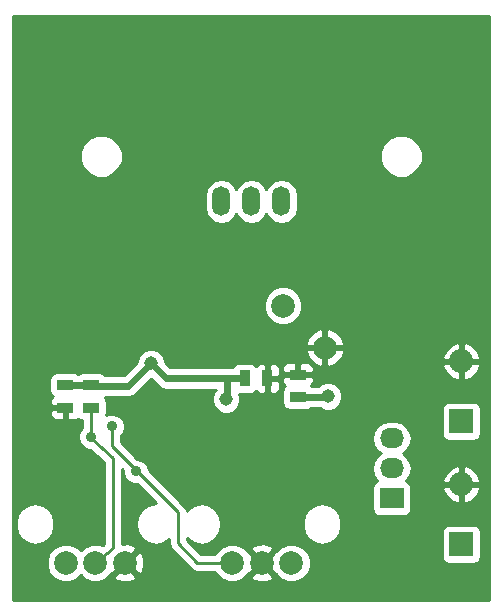
<source format=gbl>
G04 #@! TF.FileFunction,Copper,L2,Bot,Signal*
%FSLAX46Y46*%
G04 Gerber Fmt 4.6, Leading zero omitted, Abs format (unit mm)*
G04 Created by KiCad (PCBNEW 0.201503020946+5465~21~ubuntu14.04.1-product) date Wed 04 Mar 2015 21:34:39 CET*
%MOMM*%
G01*
G04 APERTURE LIST*
%ADD10C,0.100000*%
%ADD11R,1.397000X0.889000*%
%ADD12R,0.889000X1.397000*%
%ADD13O,1.501140X2.499360*%
%ADD14R,2.032000X2.032000*%
%ADD15O,2.032000X2.032000*%
%ADD16R,2.032000X1.727200*%
%ADD17O,2.032000X1.727200*%
%ADD18C,1.998980*%
%ADD19C,2.000000*%
%ADD20C,1.143000*%
%ADD21C,0.889000*%
%ADD22C,0.609600*%
%ADD23C,0.254000*%
G04 APERTURE END LIST*
D10*
D11*
X101092000Y-73977500D03*
X101092000Y-75882500D03*
X120777000Y-74993500D03*
X120777000Y-73088500D03*
D12*
X116268500Y-73406000D03*
X118173500Y-73406000D03*
D13*
X116840000Y-58420000D03*
X114300000Y-58420000D03*
X119380000Y-58420000D03*
D11*
X103251000Y-73977500D03*
X103251000Y-75882500D03*
D14*
X134620000Y-87439500D03*
D15*
X134620000Y-82359500D03*
D14*
X134620000Y-77025500D03*
D15*
X134620000Y-71945500D03*
D16*
X128714500Y-83566000D03*
D17*
X128714500Y-81026000D03*
X128714500Y-78486000D03*
D18*
X119517686Y-67257186D03*
X123054110Y-70793610D03*
D19*
X120229000Y-89027000D03*
X117729000Y-89027000D03*
X115229000Y-89027000D03*
X106132000Y-89027000D03*
X103632000Y-89027000D03*
X101132000Y-89027000D03*
D20*
X108331000Y-72136000D03*
X114681000Y-75184000D03*
X117602000Y-79502000D03*
X111125000Y-83312000D03*
X99060000Y-77343000D03*
X103505000Y-81788000D03*
X123317000Y-74930000D03*
D21*
X105029000Y-77470000D03*
X107061000Y-81280000D03*
X103251000Y-78359000D03*
D22*
X106426000Y-74041000D02*
X108331000Y-72136000D01*
X103314500Y-74041000D02*
X106426000Y-74041000D01*
X103251000Y-73977500D02*
X103314500Y-74041000D01*
X101092000Y-73977500D02*
X103251000Y-73977500D01*
X109601000Y-73406000D02*
X108331000Y-72136000D01*
X114808000Y-73406000D02*
X109601000Y-73406000D01*
X116268500Y-73406000D02*
X114808000Y-73406000D01*
X114681000Y-75184000D02*
X114808000Y-75057000D01*
X114808000Y-75057000D02*
X114808000Y-73406000D01*
X123253500Y-74993500D02*
X123317000Y-74930000D01*
X120777000Y-74993500D02*
X123253500Y-74993500D01*
D23*
X112268000Y-89027000D02*
X110617000Y-87376000D01*
X110617000Y-87376000D02*
X110617000Y-84709000D01*
X107061000Y-81153000D02*
X105029000Y-79121000D01*
X110617000Y-84709000D02*
X107061000Y-81153000D01*
X105029000Y-79121000D02*
X105029000Y-77470000D01*
X115229000Y-89027000D02*
X112268000Y-89027000D01*
X107061000Y-81280000D02*
X107061000Y-81153000D01*
X107124500Y-81216500D02*
X107061000Y-81280000D01*
X107061000Y-81280000D02*
X107124500Y-81216500D01*
X103251000Y-78359000D02*
X103251000Y-78486000D01*
X103251000Y-78486000D02*
X105156000Y-80137000D01*
X105156000Y-80137000D02*
X105156000Y-87757000D01*
X105156000Y-87757000D02*
X103632000Y-89027000D01*
X103251000Y-75882500D02*
X103251000Y-78359000D01*
G36*
X136983000Y-92152000D02*
X136283440Y-92152000D01*
X136283440Y-88455500D01*
X136283440Y-86423500D01*
X136283440Y-78041500D01*
X136283440Y-76009500D01*
X136236463Y-75767377D01*
X136225983Y-75751423D01*
X136225983Y-72328446D01*
X136225983Y-71562554D01*
X135957188Y-70977121D01*
X135484818Y-70539115D01*
X135002944Y-70339525D01*
X134747000Y-70458664D01*
X134747000Y-71818500D01*
X136107367Y-71818500D01*
X136225983Y-71562554D01*
X136225983Y-72328446D01*
X136107367Y-72072500D01*
X134747000Y-72072500D01*
X134747000Y-73432336D01*
X135002944Y-73551475D01*
X135484818Y-73351885D01*
X135957188Y-72913879D01*
X136225983Y-72328446D01*
X136225983Y-75751423D01*
X136096673Y-75554573D01*
X135885640Y-75412123D01*
X135636000Y-75362060D01*
X134493000Y-75362060D01*
X134493000Y-73432336D01*
X134493000Y-72072500D01*
X134493000Y-71818500D01*
X134493000Y-70458664D01*
X134237056Y-70339525D01*
X133755182Y-70539115D01*
X133282812Y-70977121D01*
X133014017Y-71562554D01*
X133132633Y-71818500D01*
X134493000Y-71818500D01*
X134493000Y-72072500D01*
X133132633Y-72072500D01*
X133014017Y-72328446D01*
X133282812Y-72913879D01*
X133755182Y-73351885D01*
X134237056Y-73551475D01*
X134493000Y-73432336D01*
X134493000Y-75362060D01*
X133604000Y-75362060D01*
X133361877Y-75409037D01*
X133149073Y-75548827D01*
X133006623Y-75759860D01*
X132956560Y-76009500D01*
X132956560Y-78041500D01*
X133003537Y-78283623D01*
X133143327Y-78496427D01*
X133354360Y-78638877D01*
X133604000Y-78688940D01*
X135636000Y-78688940D01*
X135878123Y-78641963D01*
X136090927Y-78502173D01*
X136233377Y-78291140D01*
X136283440Y-78041500D01*
X136283440Y-86423500D01*
X136236463Y-86181377D01*
X136225983Y-86165423D01*
X136225983Y-82742446D01*
X136225983Y-81976554D01*
X135957188Y-81391121D01*
X135484818Y-80953115D01*
X135002944Y-80753525D01*
X134747000Y-80872664D01*
X134747000Y-82232500D01*
X136107367Y-82232500D01*
X136225983Y-81976554D01*
X136225983Y-82742446D01*
X136107367Y-82486500D01*
X134747000Y-82486500D01*
X134747000Y-83846336D01*
X135002944Y-83965475D01*
X135484818Y-83765885D01*
X135957188Y-83327879D01*
X136225983Y-82742446D01*
X136225983Y-86165423D01*
X136096673Y-85968573D01*
X135885640Y-85826123D01*
X135636000Y-85776060D01*
X134493000Y-85776060D01*
X134493000Y-83846336D01*
X134493000Y-82486500D01*
X134493000Y-82232500D01*
X134493000Y-80872664D01*
X134237056Y-80753525D01*
X133755182Y-80953115D01*
X133282812Y-81391121D01*
X133014017Y-81976554D01*
X133132633Y-82232500D01*
X134493000Y-82232500D01*
X134493000Y-82486500D01*
X133132633Y-82486500D01*
X133014017Y-82742446D01*
X133282812Y-83327879D01*
X133755182Y-83765885D01*
X134237056Y-83965475D01*
X134493000Y-83846336D01*
X134493000Y-85776060D01*
X133604000Y-85776060D01*
X133361877Y-85823037D01*
X133149073Y-85962827D01*
X133006623Y-86173860D01*
X132956560Y-86423500D01*
X132956560Y-88455500D01*
X133003537Y-88697623D01*
X133143327Y-88910427D01*
X133354360Y-89052877D01*
X133604000Y-89102940D01*
X135636000Y-89102940D01*
X135878123Y-89055963D01*
X136090927Y-88916173D01*
X136233377Y-88705140D01*
X136283440Y-88455500D01*
X136283440Y-92152000D01*
X131331010Y-92152000D01*
X131331010Y-54255370D01*
X131058967Y-53596975D01*
X130555675Y-53092804D01*
X129897755Y-52819611D01*
X129185370Y-52818990D01*
X128526975Y-53091033D01*
X128022804Y-53594325D01*
X127749611Y-54252245D01*
X127748990Y-54964630D01*
X128021033Y-55623025D01*
X128524325Y-56127196D01*
X129182245Y-56400389D01*
X129894630Y-56401010D01*
X130553025Y-56128967D01*
X131057196Y-55625675D01*
X131330389Y-54967755D01*
X131331010Y-54255370D01*
X131331010Y-92152000D01*
X130397845Y-92152000D01*
X130397845Y-81026000D01*
X130283771Y-80452511D01*
X129958915Y-79966330D01*
X129644134Y-79756000D01*
X129958915Y-79545670D01*
X130283771Y-79059489D01*
X130397845Y-78486000D01*
X130283771Y-77912511D01*
X129958915Y-77426330D01*
X129472734Y-77101474D01*
X128899245Y-76987400D01*
X128529755Y-76987400D01*
X127956266Y-77101474D01*
X127470085Y-77426330D01*
X127145229Y-77912511D01*
X127031155Y-78486000D01*
X127145229Y-79059489D01*
X127470085Y-79545670D01*
X127784865Y-79756000D01*
X127470085Y-79966330D01*
X127145229Y-80452511D01*
X127031155Y-81026000D01*
X127145229Y-81599489D01*
X127470085Y-82085670D01*
X127485867Y-82096215D01*
X127456377Y-82101937D01*
X127243573Y-82241727D01*
X127101123Y-82452760D01*
X127051060Y-82702400D01*
X127051060Y-84429600D01*
X127098037Y-84671723D01*
X127237827Y-84884527D01*
X127448860Y-85026977D01*
X127698500Y-85077040D01*
X129730500Y-85077040D01*
X129972623Y-85030063D01*
X130185427Y-84890273D01*
X130327877Y-84679240D01*
X130377940Y-84429600D01*
X130377940Y-82702400D01*
X130330963Y-82460277D01*
X130191173Y-82247473D01*
X129980140Y-82105023D01*
X129941537Y-82097281D01*
X129958915Y-82085670D01*
X130283771Y-81599489D01*
X130397845Y-81026000D01*
X130397845Y-92152000D01*
X124675451Y-92152000D01*
X124675451Y-71178988D01*
X124675451Y-70408232D01*
X124404556Y-69817107D01*
X123928068Y-69374646D01*
X123439488Y-69172269D01*
X123181110Y-69291206D01*
X123181110Y-70666610D01*
X124556514Y-70666610D01*
X124675451Y-70408232D01*
X124675451Y-71178988D01*
X124556514Y-70920610D01*
X123181110Y-70920610D01*
X123181110Y-72296014D01*
X123439488Y-72414951D01*
X124030613Y-72144056D01*
X124473074Y-71667568D01*
X124675451Y-71178988D01*
X124675451Y-92152000D01*
X124523709Y-92152000D01*
X124523709Y-74691065D01*
X124340418Y-74247465D01*
X124001320Y-73907775D01*
X123558041Y-73723710D01*
X123078065Y-73723291D01*
X122927110Y-73785664D01*
X122927110Y-72296014D01*
X122927110Y-70920610D01*
X122927110Y-70666610D01*
X122927110Y-69291206D01*
X122668732Y-69172269D01*
X122077607Y-69443164D01*
X121635146Y-69919652D01*
X121432769Y-70408232D01*
X121551706Y-70666610D01*
X122927110Y-70666610D01*
X122927110Y-70920610D01*
X121551706Y-70920610D01*
X121432769Y-71178988D01*
X121703664Y-71770113D01*
X122180152Y-72212574D01*
X122668732Y-72414951D01*
X122927110Y-72296014D01*
X122927110Y-73785664D01*
X122634465Y-73906582D01*
X122487090Y-74053700D01*
X121876362Y-74053700D01*
X121862310Y-74044215D01*
X122013827Y-73892698D01*
X122110500Y-73659309D01*
X122110500Y-73374250D01*
X122110500Y-72802750D01*
X122110500Y-72517691D01*
X122013827Y-72284302D01*
X121835199Y-72105673D01*
X121601810Y-72009000D01*
X121349191Y-72009000D01*
X121152460Y-72009000D01*
X121152460Y-66933492D01*
X120904148Y-66332531D01*
X120765570Y-66193711D01*
X120765570Y-58956033D01*
X120765570Y-57883967D01*
X120660100Y-57353732D01*
X120359746Y-56904221D01*
X119910235Y-56603867D01*
X119380000Y-56498397D01*
X118849765Y-56603867D01*
X118400254Y-56904221D01*
X118110000Y-57338616D01*
X117819746Y-56904221D01*
X117370235Y-56603867D01*
X116840000Y-56498397D01*
X116309765Y-56603867D01*
X115860254Y-56904221D01*
X115570000Y-57338616D01*
X115279746Y-56904221D01*
X114830235Y-56603867D01*
X114300000Y-56498397D01*
X113769765Y-56603867D01*
X113320254Y-56904221D01*
X113019900Y-57353732D01*
X112914430Y-57883967D01*
X112914430Y-58956033D01*
X113019900Y-59486268D01*
X113320254Y-59935779D01*
X113769765Y-60236133D01*
X114300000Y-60341603D01*
X114830235Y-60236133D01*
X115279746Y-59935779D01*
X115570000Y-59501383D01*
X115860254Y-59935779D01*
X116309765Y-60236133D01*
X116840000Y-60341603D01*
X117370235Y-60236133D01*
X117819746Y-59935779D01*
X118110000Y-59501383D01*
X118400254Y-59935779D01*
X118849765Y-60236133D01*
X119380000Y-60341603D01*
X119910235Y-60236133D01*
X120359746Y-59935779D01*
X120660100Y-59486268D01*
X120765570Y-58956033D01*
X120765570Y-66193711D01*
X120444759Y-65872340D01*
X119844233Y-65622980D01*
X119193992Y-65622412D01*
X118593031Y-65870724D01*
X118132840Y-66330113D01*
X117883480Y-66930639D01*
X117882912Y-67580880D01*
X118131224Y-68181841D01*
X118590613Y-68642032D01*
X119191139Y-68891392D01*
X119841380Y-68891960D01*
X120442341Y-68643648D01*
X120902532Y-68184259D01*
X121151892Y-67583733D01*
X121152460Y-66933492D01*
X121152460Y-72009000D01*
X121062750Y-72009000D01*
X120904000Y-72167750D01*
X120904000Y-72961500D01*
X121951750Y-72961500D01*
X122110500Y-72802750D01*
X122110500Y-73374250D01*
X121951750Y-73215500D01*
X120904000Y-73215500D01*
X120904000Y-73235500D01*
X120650000Y-73235500D01*
X120650000Y-73215500D01*
X120650000Y-72961500D01*
X120650000Y-72167750D01*
X120491250Y-72009000D01*
X120204809Y-72009000D01*
X119952190Y-72009000D01*
X119718801Y-72105673D01*
X119540173Y-72284302D01*
X119443500Y-72517691D01*
X119443500Y-72802750D01*
X119602250Y-72961500D01*
X120650000Y-72961500D01*
X120650000Y-73215500D01*
X119602250Y-73215500D01*
X119443500Y-73374250D01*
X119443500Y-73659309D01*
X119540173Y-73892698D01*
X119691306Y-74043832D01*
X119623573Y-74088327D01*
X119481123Y-74299360D01*
X119431060Y-74549000D01*
X119431060Y-75438000D01*
X119478037Y-75680123D01*
X119617827Y-75892927D01*
X119828860Y-76035377D01*
X120078500Y-76085440D01*
X121475500Y-76085440D01*
X121717623Y-76038463D01*
X121877713Y-75933300D01*
X122613787Y-75933300D01*
X122632680Y-75952225D01*
X123075959Y-76136290D01*
X123555935Y-76136709D01*
X123999535Y-75953418D01*
X124339225Y-75614320D01*
X124523290Y-75171041D01*
X124523709Y-74691065D01*
X124523709Y-92152000D01*
X124464000Y-92152000D01*
X124464000Y-85860991D01*
X124464000Y-85593009D01*
X124339543Y-84967322D01*
X123985120Y-84436889D01*
X123454687Y-84082466D01*
X122829000Y-83958009D01*
X122203313Y-84082466D01*
X121672880Y-84436889D01*
X121318457Y-84967322D01*
X121194000Y-85593009D01*
X121194000Y-85860991D01*
X121318457Y-86486678D01*
X121672880Y-87017111D01*
X122203313Y-87371534D01*
X122829000Y-87495991D01*
X123454687Y-87371534D01*
X123985120Y-87017111D01*
X124339543Y-86486678D01*
X124464000Y-85860991D01*
X124464000Y-92152000D01*
X121864284Y-92152000D01*
X121864284Y-88703205D01*
X121615894Y-88102057D01*
X121156363Y-87641722D01*
X120555648Y-87392284D01*
X119905205Y-87391716D01*
X119304057Y-87640106D01*
X119253000Y-87691073D01*
X119253000Y-74230810D01*
X119253000Y-73978191D01*
X119253000Y-73691750D01*
X119253000Y-73120250D01*
X119253000Y-72833809D01*
X119253000Y-72581190D01*
X119156327Y-72347801D01*
X118977698Y-72169173D01*
X118744309Y-72072500D01*
X118459250Y-72072500D01*
X118300500Y-72231250D01*
X118300500Y-73279000D01*
X119094250Y-73279000D01*
X119253000Y-73120250D01*
X119253000Y-73691750D01*
X119094250Y-73533000D01*
X118300500Y-73533000D01*
X118300500Y-74580750D01*
X118459250Y-74739500D01*
X118744309Y-74739500D01*
X118977698Y-74642827D01*
X119156327Y-74464199D01*
X119253000Y-74230810D01*
X119253000Y-87691073D01*
X118887248Y-88056186D01*
X118881532Y-88054073D01*
X118701927Y-88233678D01*
X118701927Y-87874468D01*
X118603264Y-87607613D01*
X118046500Y-87400767D01*
X118046500Y-74580750D01*
X118046500Y-73533000D01*
X118026500Y-73533000D01*
X118026500Y-73279000D01*
X118046500Y-73279000D01*
X118046500Y-72231250D01*
X117887750Y-72072500D01*
X117602691Y-72072500D01*
X117369302Y-72169173D01*
X117218167Y-72320306D01*
X117173673Y-72252573D01*
X116962640Y-72110123D01*
X116713000Y-72060060D01*
X115824000Y-72060060D01*
X115581877Y-72107037D01*
X115369073Y-72246827D01*
X115226623Y-72457860D01*
X115224950Y-72466200D01*
X114808000Y-72466200D01*
X109990278Y-72466200D01*
X109537607Y-72013529D01*
X109537709Y-71897065D01*
X109354418Y-71453465D01*
X109015320Y-71113775D01*
X108572041Y-70929710D01*
X108092065Y-70929291D01*
X107648465Y-71112582D01*
X107308775Y-71451680D01*
X107124710Y-71894959D01*
X107124606Y-72013315D01*
X106036722Y-73101200D01*
X105931010Y-73101200D01*
X105931010Y-54255370D01*
X105658967Y-53596975D01*
X105155675Y-53092804D01*
X104497755Y-52819611D01*
X103785370Y-52818990D01*
X103126975Y-53091033D01*
X102622804Y-53594325D01*
X102349611Y-54252245D01*
X102348990Y-54964630D01*
X102621033Y-55623025D01*
X103124325Y-56127196D01*
X103782245Y-56400389D01*
X104494630Y-56401010D01*
X105153025Y-56128967D01*
X105657196Y-55625675D01*
X105930389Y-54967755D01*
X105931010Y-54255370D01*
X105931010Y-73101200D01*
X104425365Y-73101200D01*
X104410173Y-73078073D01*
X104199140Y-72935623D01*
X103949500Y-72885560D01*
X102552500Y-72885560D01*
X102310377Y-72932537D01*
X102171103Y-73024025D01*
X102040140Y-72935623D01*
X101790500Y-72885560D01*
X100393500Y-72885560D01*
X100151377Y-72932537D01*
X99938573Y-73072327D01*
X99796123Y-73283360D01*
X99746060Y-73533000D01*
X99746060Y-74422000D01*
X99793037Y-74664123D01*
X99932827Y-74876927D01*
X100006689Y-74926784D01*
X99855173Y-75078302D01*
X99758500Y-75311691D01*
X99758500Y-75596750D01*
X99917250Y-75755500D01*
X100965000Y-75755500D01*
X100965000Y-75735500D01*
X101219000Y-75735500D01*
X101219000Y-75755500D01*
X101239000Y-75755500D01*
X101239000Y-76009500D01*
X101219000Y-76009500D01*
X101219000Y-76803250D01*
X101377750Y-76962000D01*
X101664191Y-76962000D01*
X101916810Y-76962000D01*
X102150199Y-76865327D01*
X102176466Y-76839059D01*
X102302860Y-76924377D01*
X102489000Y-76961705D01*
X102489000Y-77594358D01*
X102336378Y-77746714D01*
X102171687Y-78143332D01*
X102171313Y-78572784D01*
X102335311Y-78969689D01*
X102638714Y-79273622D01*
X103035332Y-79438313D01*
X103186492Y-79438444D01*
X104394000Y-80484951D01*
X104394000Y-87400098D01*
X104255473Y-87515536D01*
X103958648Y-87392284D01*
X103308205Y-87391716D01*
X102707057Y-87640106D01*
X102381835Y-87964759D01*
X102059363Y-87641722D01*
X101458648Y-87392284D01*
X100965000Y-87391852D01*
X100965000Y-76803250D01*
X100965000Y-76009500D01*
X99917250Y-76009500D01*
X99758500Y-76168250D01*
X99758500Y-76453309D01*
X99855173Y-76686698D01*
X100033801Y-76865327D01*
X100267190Y-76962000D01*
X100519809Y-76962000D01*
X100806250Y-76962000D01*
X100965000Y-76803250D01*
X100965000Y-87391852D01*
X100808205Y-87391716D01*
X100207057Y-87640106D01*
X100167000Y-87680093D01*
X100167000Y-85860991D01*
X100167000Y-85593009D01*
X100042543Y-84967322D01*
X99688120Y-84436889D01*
X99157687Y-84082466D01*
X98532000Y-83958009D01*
X97906313Y-84082466D01*
X97375880Y-84436889D01*
X97021457Y-84967322D01*
X96897000Y-85593009D01*
X96897000Y-85860991D01*
X97021457Y-86486678D01*
X97375880Y-87017111D01*
X97906313Y-87371534D01*
X98532000Y-87495991D01*
X99157687Y-87371534D01*
X99688120Y-87017111D01*
X100042543Y-86486678D01*
X100167000Y-85860991D01*
X100167000Y-87680093D01*
X99746722Y-88099637D01*
X99497284Y-88700352D01*
X99496716Y-89350795D01*
X99745106Y-89951943D01*
X100204637Y-90412278D01*
X100805352Y-90661716D01*
X101455795Y-90662284D01*
X102056943Y-90413894D01*
X102382164Y-90089240D01*
X102704637Y-90412278D01*
X103305352Y-90661716D01*
X103955795Y-90662284D01*
X104556943Y-90413894D01*
X104973751Y-89997813D01*
X104979468Y-89999927D01*
X105952395Y-89027000D01*
X105938252Y-89012857D01*
X106117857Y-88833252D01*
X106132000Y-88847395D01*
X107104927Y-87874468D01*
X107006264Y-87607613D01*
X106396539Y-87381092D01*
X105918000Y-87398799D01*
X105918000Y-81087630D01*
X105981611Y-81151241D01*
X105981313Y-81493784D01*
X106145311Y-81890689D01*
X106448714Y-82194622D01*
X106845332Y-82359313D01*
X107189982Y-82359613D01*
X108802377Y-83972007D01*
X108732000Y-83958009D01*
X108106313Y-84082466D01*
X107575880Y-84436889D01*
X107221457Y-84967322D01*
X107097000Y-85593009D01*
X107097000Y-85860991D01*
X107221457Y-86486678D01*
X107575880Y-87017111D01*
X108106313Y-87371534D01*
X108732000Y-87495991D01*
X109357687Y-87371534D01*
X109855000Y-87039241D01*
X109855000Y-87376000D01*
X109913004Y-87667605D01*
X110078185Y-87914815D01*
X111729185Y-89565816D01*
X111976395Y-89730996D01*
X111976396Y-89730997D01*
X112268000Y-89789000D01*
X113774779Y-89789000D01*
X113842106Y-89951943D01*
X114301637Y-90412278D01*
X114902352Y-90661716D01*
X115552795Y-90662284D01*
X116153943Y-90413894D01*
X116570751Y-89997813D01*
X116576468Y-89999927D01*
X117549395Y-89027000D01*
X116576468Y-88054073D01*
X116570278Y-88056361D01*
X116156363Y-87641722D01*
X115555648Y-87392284D01*
X114905205Y-87391716D01*
X114304057Y-87640106D01*
X113843722Y-88099637D01*
X113775057Y-88265000D01*
X112583630Y-88265000D01*
X111379000Y-87060369D01*
X111379000Y-86876609D01*
X111472880Y-87017111D01*
X112003313Y-87371534D01*
X112629000Y-87495991D01*
X113254687Y-87371534D01*
X113785120Y-87017111D01*
X114139543Y-86486678D01*
X114264000Y-85860991D01*
X114264000Y-85593009D01*
X114139543Y-84967322D01*
X113785120Y-84436889D01*
X113254687Y-84082466D01*
X112629000Y-83958009D01*
X112003313Y-84082466D01*
X111472880Y-84436889D01*
X111358826Y-84607582D01*
X111320996Y-84417395D01*
X111155815Y-84170185D01*
X111155815Y-84170184D01*
X108140609Y-81154979D01*
X108140687Y-81066216D01*
X107976689Y-80669311D01*
X107673286Y-80365378D01*
X107276668Y-80200687D01*
X107186238Y-80200608D01*
X105791000Y-78805370D01*
X105791000Y-78234641D01*
X105943622Y-78082286D01*
X106108313Y-77685668D01*
X106108687Y-77256216D01*
X105944689Y-76859311D01*
X105641286Y-76555378D01*
X105244668Y-76390687D01*
X104815216Y-76390313D01*
X104563375Y-76494371D01*
X104596940Y-76327000D01*
X104596940Y-75438000D01*
X104549963Y-75195877D01*
X104410173Y-74983073D01*
X104406805Y-74980800D01*
X106426000Y-74980800D01*
X106785646Y-74909262D01*
X107090539Y-74705539D01*
X108331000Y-73465078D01*
X108936461Y-74070539D01*
X109241354Y-74274262D01*
X109601000Y-74345800D01*
X113812923Y-74345800D01*
X113658775Y-74499680D01*
X113474710Y-74942959D01*
X113474291Y-75422935D01*
X113657582Y-75866535D01*
X113996680Y-76206225D01*
X114439959Y-76390290D01*
X114919935Y-76390709D01*
X115363535Y-76207418D01*
X115703225Y-75868320D01*
X115887290Y-75425041D01*
X115887709Y-74945065D01*
X115806458Y-74748422D01*
X115824000Y-74751940D01*
X116713000Y-74751940D01*
X116955123Y-74704963D01*
X117167927Y-74565173D01*
X117217784Y-74491310D01*
X117369302Y-74642827D01*
X117602691Y-74739500D01*
X117887750Y-74739500D01*
X118046500Y-74580750D01*
X118046500Y-87400767D01*
X117993539Y-87381092D01*
X117343540Y-87405144D01*
X116854736Y-87607613D01*
X116756073Y-87874468D01*
X117729000Y-88847395D01*
X118701927Y-87874468D01*
X118701927Y-88233678D01*
X117908605Y-89027000D01*
X118881532Y-89999927D01*
X118887721Y-89997638D01*
X119301637Y-90412278D01*
X119902352Y-90661716D01*
X120552795Y-90662284D01*
X121153943Y-90413894D01*
X121614278Y-89954363D01*
X121863716Y-89353648D01*
X121864284Y-88703205D01*
X121864284Y-92152000D01*
X118701927Y-92152000D01*
X118701927Y-90179532D01*
X117729000Y-89206605D01*
X116756073Y-90179532D01*
X116854736Y-90446387D01*
X117464461Y-90672908D01*
X118114460Y-90648856D01*
X118603264Y-90446387D01*
X118701927Y-90179532D01*
X118701927Y-92152000D01*
X107777908Y-92152000D01*
X107777908Y-89291539D01*
X107753856Y-88641540D01*
X107551387Y-88152736D01*
X107284532Y-88054073D01*
X106311605Y-89027000D01*
X107284532Y-89999927D01*
X107551387Y-89901264D01*
X107777908Y-89291539D01*
X107777908Y-92152000D01*
X107104927Y-92152000D01*
X107104927Y-90179532D01*
X106132000Y-89206605D01*
X105159073Y-90179532D01*
X105257736Y-90446387D01*
X105867461Y-90672908D01*
X106517460Y-90648856D01*
X107006264Y-90446387D01*
X107104927Y-90179532D01*
X107104927Y-92152000D01*
X96697000Y-92152000D01*
X96697000Y-42722000D01*
X136983000Y-42722000D01*
X136983000Y-92152000D01*
X136983000Y-92152000D01*
G37*
X136983000Y-92152000D02*
X136283440Y-92152000D01*
X136283440Y-88455500D01*
X136283440Y-86423500D01*
X136283440Y-78041500D01*
X136283440Y-76009500D01*
X136236463Y-75767377D01*
X136225983Y-75751423D01*
X136225983Y-72328446D01*
X136225983Y-71562554D01*
X135957188Y-70977121D01*
X135484818Y-70539115D01*
X135002944Y-70339525D01*
X134747000Y-70458664D01*
X134747000Y-71818500D01*
X136107367Y-71818500D01*
X136225983Y-71562554D01*
X136225983Y-72328446D01*
X136107367Y-72072500D01*
X134747000Y-72072500D01*
X134747000Y-73432336D01*
X135002944Y-73551475D01*
X135484818Y-73351885D01*
X135957188Y-72913879D01*
X136225983Y-72328446D01*
X136225983Y-75751423D01*
X136096673Y-75554573D01*
X135885640Y-75412123D01*
X135636000Y-75362060D01*
X134493000Y-75362060D01*
X134493000Y-73432336D01*
X134493000Y-72072500D01*
X134493000Y-71818500D01*
X134493000Y-70458664D01*
X134237056Y-70339525D01*
X133755182Y-70539115D01*
X133282812Y-70977121D01*
X133014017Y-71562554D01*
X133132633Y-71818500D01*
X134493000Y-71818500D01*
X134493000Y-72072500D01*
X133132633Y-72072500D01*
X133014017Y-72328446D01*
X133282812Y-72913879D01*
X133755182Y-73351885D01*
X134237056Y-73551475D01*
X134493000Y-73432336D01*
X134493000Y-75362060D01*
X133604000Y-75362060D01*
X133361877Y-75409037D01*
X133149073Y-75548827D01*
X133006623Y-75759860D01*
X132956560Y-76009500D01*
X132956560Y-78041500D01*
X133003537Y-78283623D01*
X133143327Y-78496427D01*
X133354360Y-78638877D01*
X133604000Y-78688940D01*
X135636000Y-78688940D01*
X135878123Y-78641963D01*
X136090927Y-78502173D01*
X136233377Y-78291140D01*
X136283440Y-78041500D01*
X136283440Y-86423500D01*
X136236463Y-86181377D01*
X136225983Y-86165423D01*
X136225983Y-82742446D01*
X136225983Y-81976554D01*
X135957188Y-81391121D01*
X135484818Y-80953115D01*
X135002944Y-80753525D01*
X134747000Y-80872664D01*
X134747000Y-82232500D01*
X136107367Y-82232500D01*
X136225983Y-81976554D01*
X136225983Y-82742446D01*
X136107367Y-82486500D01*
X134747000Y-82486500D01*
X134747000Y-83846336D01*
X135002944Y-83965475D01*
X135484818Y-83765885D01*
X135957188Y-83327879D01*
X136225983Y-82742446D01*
X136225983Y-86165423D01*
X136096673Y-85968573D01*
X135885640Y-85826123D01*
X135636000Y-85776060D01*
X134493000Y-85776060D01*
X134493000Y-83846336D01*
X134493000Y-82486500D01*
X134493000Y-82232500D01*
X134493000Y-80872664D01*
X134237056Y-80753525D01*
X133755182Y-80953115D01*
X133282812Y-81391121D01*
X133014017Y-81976554D01*
X133132633Y-82232500D01*
X134493000Y-82232500D01*
X134493000Y-82486500D01*
X133132633Y-82486500D01*
X133014017Y-82742446D01*
X133282812Y-83327879D01*
X133755182Y-83765885D01*
X134237056Y-83965475D01*
X134493000Y-83846336D01*
X134493000Y-85776060D01*
X133604000Y-85776060D01*
X133361877Y-85823037D01*
X133149073Y-85962827D01*
X133006623Y-86173860D01*
X132956560Y-86423500D01*
X132956560Y-88455500D01*
X133003537Y-88697623D01*
X133143327Y-88910427D01*
X133354360Y-89052877D01*
X133604000Y-89102940D01*
X135636000Y-89102940D01*
X135878123Y-89055963D01*
X136090927Y-88916173D01*
X136233377Y-88705140D01*
X136283440Y-88455500D01*
X136283440Y-92152000D01*
X131331010Y-92152000D01*
X131331010Y-54255370D01*
X131058967Y-53596975D01*
X130555675Y-53092804D01*
X129897755Y-52819611D01*
X129185370Y-52818990D01*
X128526975Y-53091033D01*
X128022804Y-53594325D01*
X127749611Y-54252245D01*
X127748990Y-54964630D01*
X128021033Y-55623025D01*
X128524325Y-56127196D01*
X129182245Y-56400389D01*
X129894630Y-56401010D01*
X130553025Y-56128967D01*
X131057196Y-55625675D01*
X131330389Y-54967755D01*
X131331010Y-54255370D01*
X131331010Y-92152000D01*
X130397845Y-92152000D01*
X130397845Y-81026000D01*
X130283771Y-80452511D01*
X129958915Y-79966330D01*
X129644134Y-79756000D01*
X129958915Y-79545670D01*
X130283771Y-79059489D01*
X130397845Y-78486000D01*
X130283771Y-77912511D01*
X129958915Y-77426330D01*
X129472734Y-77101474D01*
X128899245Y-76987400D01*
X128529755Y-76987400D01*
X127956266Y-77101474D01*
X127470085Y-77426330D01*
X127145229Y-77912511D01*
X127031155Y-78486000D01*
X127145229Y-79059489D01*
X127470085Y-79545670D01*
X127784865Y-79756000D01*
X127470085Y-79966330D01*
X127145229Y-80452511D01*
X127031155Y-81026000D01*
X127145229Y-81599489D01*
X127470085Y-82085670D01*
X127485867Y-82096215D01*
X127456377Y-82101937D01*
X127243573Y-82241727D01*
X127101123Y-82452760D01*
X127051060Y-82702400D01*
X127051060Y-84429600D01*
X127098037Y-84671723D01*
X127237827Y-84884527D01*
X127448860Y-85026977D01*
X127698500Y-85077040D01*
X129730500Y-85077040D01*
X129972623Y-85030063D01*
X130185427Y-84890273D01*
X130327877Y-84679240D01*
X130377940Y-84429600D01*
X130377940Y-82702400D01*
X130330963Y-82460277D01*
X130191173Y-82247473D01*
X129980140Y-82105023D01*
X129941537Y-82097281D01*
X129958915Y-82085670D01*
X130283771Y-81599489D01*
X130397845Y-81026000D01*
X130397845Y-92152000D01*
X124675451Y-92152000D01*
X124675451Y-71178988D01*
X124675451Y-70408232D01*
X124404556Y-69817107D01*
X123928068Y-69374646D01*
X123439488Y-69172269D01*
X123181110Y-69291206D01*
X123181110Y-70666610D01*
X124556514Y-70666610D01*
X124675451Y-70408232D01*
X124675451Y-71178988D01*
X124556514Y-70920610D01*
X123181110Y-70920610D01*
X123181110Y-72296014D01*
X123439488Y-72414951D01*
X124030613Y-72144056D01*
X124473074Y-71667568D01*
X124675451Y-71178988D01*
X124675451Y-92152000D01*
X124523709Y-92152000D01*
X124523709Y-74691065D01*
X124340418Y-74247465D01*
X124001320Y-73907775D01*
X123558041Y-73723710D01*
X123078065Y-73723291D01*
X122927110Y-73785664D01*
X122927110Y-72296014D01*
X122927110Y-70920610D01*
X122927110Y-70666610D01*
X122927110Y-69291206D01*
X122668732Y-69172269D01*
X122077607Y-69443164D01*
X121635146Y-69919652D01*
X121432769Y-70408232D01*
X121551706Y-70666610D01*
X122927110Y-70666610D01*
X122927110Y-70920610D01*
X121551706Y-70920610D01*
X121432769Y-71178988D01*
X121703664Y-71770113D01*
X122180152Y-72212574D01*
X122668732Y-72414951D01*
X122927110Y-72296014D01*
X122927110Y-73785664D01*
X122634465Y-73906582D01*
X122487090Y-74053700D01*
X121876362Y-74053700D01*
X121862310Y-74044215D01*
X122013827Y-73892698D01*
X122110500Y-73659309D01*
X122110500Y-73374250D01*
X122110500Y-72802750D01*
X122110500Y-72517691D01*
X122013827Y-72284302D01*
X121835199Y-72105673D01*
X121601810Y-72009000D01*
X121349191Y-72009000D01*
X121152460Y-72009000D01*
X121152460Y-66933492D01*
X120904148Y-66332531D01*
X120765570Y-66193711D01*
X120765570Y-58956033D01*
X120765570Y-57883967D01*
X120660100Y-57353732D01*
X120359746Y-56904221D01*
X119910235Y-56603867D01*
X119380000Y-56498397D01*
X118849765Y-56603867D01*
X118400254Y-56904221D01*
X118110000Y-57338616D01*
X117819746Y-56904221D01*
X117370235Y-56603867D01*
X116840000Y-56498397D01*
X116309765Y-56603867D01*
X115860254Y-56904221D01*
X115570000Y-57338616D01*
X115279746Y-56904221D01*
X114830235Y-56603867D01*
X114300000Y-56498397D01*
X113769765Y-56603867D01*
X113320254Y-56904221D01*
X113019900Y-57353732D01*
X112914430Y-57883967D01*
X112914430Y-58956033D01*
X113019900Y-59486268D01*
X113320254Y-59935779D01*
X113769765Y-60236133D01*
X114300000Y-60341603D01*
X114830235Y-60236133D01*
X115279746Y-59935779D01*
X115570000Y-59501383D01*
X115860254Y-59935779D01*
X116309765Y-60236133D01*
X116840000Y-60341603D01*
X117370235Y-60236133D01*
X117819746Y-59935779D01*
X118110000Y-59501383D01*
X118400254Y-59935779D01*
X118849765Y-60236133D01*
X119380000Y-60341603D01*
X119910235Y-60236133D01*
X120359746Y-59935779D01*
X120660100Y-59486268D01*
X120765570Y-58956033D01*
X120765570Y-66193711D01*
X120444759Y-65872340D01*
X119844233Y-65622980D01*
X119193992Y-65622412D01*
X118593031Y-65870724D01*
X118132840Y-66330113D01*
X117883480Y-66930639D01*
X117882912Y-67580880D01*
X118131224Y-68181841D01*
X118590613Y-68642032D01*
X119191139Y-68891392D01*
X119841380Y-68891960D01*
X120442341Y-68643648D01*
X120902532Y-68184259D01*
X121151892Y-67583733D01*
X121152460Y-66933492D01*
X121152460Y-72009000D01*
X121062750Y-72009000D01*
X120904000Y-72167750D01*
X120904000Y-72961500D01*
X121951750Y-72961500D01*
X122110500Y-72802750D01*
X122110500Y-73374250D01*
X121951750Y-73215500D01*
X120904000Y-73215500D01*
X120904000Y-73235500D01*
X120650000Y-73235500D01*
X120650000Y-73215500D01*
X120650000Y-72961500D01*
X120650000Y-72167750D01*
X120491250Y-72009000D01*
X120204809Y-72009000D01*
X119952190Y-72009000D01*
X119718801Y-72105673D01*
X119540173Y-72284302D01*
X119443500Y-72517691D01*
X119443500Y-72802750D01*
X119602250Y-72961500D01*
X120650000Y-72961500D01*
X120650000Y-73215500D01*
X119602250Y-73215500D01*
X119443500Y-73374250D01*
X119443500Y-73659309D01*
X119540173Y-73892698D01*
X119691306Y-74043832D01*
X119623573Y-74088327D01*
X119481123Y-74299360D01*
X119431060Y-74549000D01*
X119431060Y-75438000D01*
X119478037Y-75680123D01*
X119617827Y-75892927D01*
X119828860Y-76035377D01*
X120078500Y-76085440D01*
X121475500Y-76085440D01*
X121717623Y-76038463D01*
X121877713Y-75933300D01*
X122613787Y-75933300D01*
X122632680Y-75952225D01*
X123075959Y-76136290D01*
X123555935Y-76136709D01*
X123999535Y-75953418D01*
X124339225Y-75614320D01*
X124523290Y-75171041D01*
X124523709Y-74691065D01*
X124523709Y-92152000D01*
X124464000Y-92152000D01*
X124464000Y-85860991D01*
X124464000Y-85593009D01*
X124339543Y-84967322D01*
X123985120Y-84436889D01*
X123454687Y-84082466D01*
X122829000Y-83958009D01*
X122203313Y-84082466D01*
X121672880Y-84436889D01*
X121318457Y-84967322D01*
X121194000Y-85593009D01*
X121194000Y-85860991D01*
X121318457Y-86486678D01*
X121672880Y-87017111D01*
X122203313Y-87371534D01*
X122829000Y-87495991D01*
X123454687Y-87371534D01*
X123985120Y-87017111D01*
X124339543Y-86486678D01*
X124464000Y-85860991D01*
X124464000Y-92152000D01*
X121864284Y-92152000D01*
X121864284Y-88703205D01*
X121615894Y-88102057D01*
X121156363Y-87641722D01*
X120555648Y-87392284D01*
X119905205Y-87391716D01*
X119304057Y-87640106D01*
X119253000Y-87691073D01*
X119253000Y-74230810D01*
X119253000Y-73978191D01*
X119253000Y-73691750D01*
X119253000Y-73120250D01*
X119253000Y-72833809D01*
X119253000Y-72581190D01*
X119156327Y-72347801D01*
X118977698Y-72169173D01*
X118744309Y-72072500D01*
X118459250Y-72072500D01*
X118300500Y-72231250D01*
X118300500Y-73279000D01*
X119094250Y-73279000D01*
X119253000Y-73120250D01*
X119253000Y-73691750D01*
X119094250Y-73533000D01*
X118300500Y-73533000D01*
X118300500Y-74580750D01*
X118459250Y-74739500D01*
X118744309Y-74739500D01*
X118977698Y-74642827D01*
X119156327Y-74464199D01*
X119253000Y-74230810D01*
X119253000Y-87691073D01*
X118887248Y-88056186D01*
X118881532Y-88054073D01*
X118701927Y-88233678D01*
X118701927Y-87874468D01*
X118603264Y-87607613D01*
X118046500Y-87400767D01*
X118046500Y-74580750D01*
X118046500Y-73533000D01*
X118026500Y-73533000D01*
X118026500Y-73279000D01*
X118046500Y-73279000D01*
X118046500Y-72231250D01*
X117887750Y-72072500D01*
X117602691Y-72072500D01*
X117369302Y-72169173D01*
X117218167Y-72320306D01*
X117173673Y-72252573D01*
X116962640Y-72110123D01*
X116713000Y-72060060D01*
X115824000Y-72060060D01*
X115581877Y-72107037D01*
X115369073Y-72246827D01*
X115226623Y-72457860D01*
X115224950Y-72466200D01*
X114808000Y-72466200D01*
X109990278Y-72466200D01*
X109537607Y-72013529D01*
X109537709Y-71897065D01*
X109354418Y-71453465D01*
X109015320Y-71113775D01*
X108572041Y-70929710D01*
X108092065Y-70929291D01*
X107648465Y-71112582D01*
X107308775Y-71451680D01*
X107124710Y-71894959D01*
X107124606Y-72013315D01*
X106036722Y-73101200D01*
X105931010Y-73101200D01*
X105931010Y-54255370D01*
X105658967Y-53596975D01*
X105155675Y-53092804D01*
X104497755Y-52819611D01*
X103785370Y-52818990D01*
X103126975Y-53091033D01*
X102622804Y-53594325D01*
X102349611Y-54252245D01*
X102348990Y-54964630D01*
X102621033Y-55623025D01*
X103124325Y-56127196D01*
X103782245Y-56400389D01*
X104494630Y-56401010D01*
X105153025Y-56128967D01*
X105657196Y-55625675D01*
X105930389Y-54967755D01*
X105931010Y-54255370D01*
X105931010Y-73101200D01*
X104425365Y-73101200D01*
X104410173Y-73078073D01*
X104199140Y-72935623D01*
X103949500Y-72885560D01*
X102552500Y-72885560D01*
X102310377Y-72932537D01*
X102171103Y-73024025D01*
X102040140Y-72935623D01*
X101790500Y-72885560D01*
X100393500Y-72885560D01*
X100151377Y-72932537D01*
X99938573Y-73072327D01*
X99796123Y-73283360D01*
X99746060Y-73533000D01*
X99746060Y-74422000D01*
X99793037Y-74664123D01*
X99932827Y-74876927D01*
X100006689Y-74926784D01*
X99855173Y-75078302D01*
X99758500Y-75311691D01*
X99758500Y-75596750D01*
X99917250Y-75755500D01*
X100965000Y-75755500D01*
X100965000Y-75735500D01*
X101219000Y-75735500D01*
X101219000Y-75755500D01*
X101239000Y-75755500D01*
X101239000Y-76009500D01*
X101219000Y-76009500D01*
X101219000Y-76803250D01*
X101377750Y-76962000D01*
X101664191Y-76962000D01*
X101916810Y-76962000D01*
X102150199Y-76865327D01*
X102176466Y-76839059D01*
X102302860Y-76924377D01*
X102489000Y-76961705D01*
X102489000Y-77594358D01*
X102336378Y-77746714D01*
X102171687Y-78143332D01*
X102171313Y-78572784D01*
X102335311Y-78969689D01*
X102638714Y-79273622D01*
X103035332Y-79438313D01*
X103186492Y-79438444D01*
X104394000Y-80484951D01*
X104394000Y-87400098D01*
X104255473Y-87515536D01*
X103958648Y-87392284D01*
X103308205Y-87391716D01*
X102707057Y-87640106D01*
X102381835Y-87964759D01*
X102059363Y-87641722D01*
X101458648Y-87392284D01*
X100965000Y-87391852D01*
X100965000Y-76803250D01*
X100965000Y-76009500D01*
X99917250Y-76009500D01*
X99758500Y-76168250D01*
X99758500Y-76453309D01*
X99855173Y-76686698D01*
X100033801Y-76865327D01*
X100267190Y-76962000D01*
X100519809Y-76962000D01*
X100806250Y-76962000D01*
X100965000Y-76803250D01*
X100965000Y-87391852D01*
X100808205Y-87391716D01*
X100207057Y-87640106D01*
X100167000Y-87680093D01*
X100167000Y-85860991D01*
X100167000Y-85593009D01*
X100042543Y-84967322D01*
X99688120Y-84436889D01*
X99157687Y-84082466D01*
X98532000Y-83958009D01*
X97906313Y-84082466D01*
X97375880Y-84436889D01*
X97021457Y-84967322D01*
X96897000Y-85593009D01*
X96897000Y-85860991D01*
X97021457Y-86486678D01*
X97375880Y-87017111D01*
X97906313Y-87371534D01*
X98532000Y-87495991D01*
X99157687Y-87371534D01*
X99688120Y-87017111D01*
X100042543Y-86486678D01*
X100167000Y-85860991D01*
X100167000Y-87680093D01*
X99746722Y-88099637D01*
X99497284Y-88700352D01*
X99496716Y-89350795D01*
X99745106Y-89951943D01*
X100204637Y-90412278D01*
X100805352Y-90661716D01*
X101455795Y-90662284D01*
X102056943Y-90413894D01*
X102382164Y-90089240D01*
X102704637Y-90412278D01*
X103305352Y-90661716D01*
X103955795Y-90662284D01*
X104556943Y-90413894D01*
X104973751Y-89997813D01*
X104979468Y-89999927D01*
X105952395Y-89027000D01*
X105938252Y-89012857D01*
X106117857Y-88833252D01*
X106132000Y-88847395D01*
X107104927Y-87874468D01*
X107006264Y-87607613D01*
X106396539Y-87381092D01*
X105918000Y-87398799D01*
X105918000Y-81087630D01*
X105981611Y-81151241D01*
X105981313Y-81493784D01*
X106145311Y-81890689D01*
X106448714Y-82194622D01*
X106845332Y-82359313D01*
X107189982Y-82359613D01*
X108802377Y-83972007D01*
X108732000Y-83958009D01*
X108106313Y-84082466D01*
X107575880Y-84436889D01*
X107221457Y-84967322D01*
X107097000Y-85593009D01*
X107097000Y-85860991D01*
X107221457Y-86486678D01*
X107575880Y-87017111D01*
X108106313Y-87371534D01*
X108732000Y-87495991D01*
X109357687Y-87371534D01*
X109855000Y-87039241D01*
X109855000Y-87376000D01*
X109913004Y-87667605D01*
X110078185Y-87914815D01*
X111729185Y-89565816D01*
X111976395Y-89730996D01*
X111976396Y-89730997D01*
X112268000Y-89789000D01*
X113774779Y-89789000D01*
X113842106Y-89951943D01*
X114301637Y-90412278D01*
X114902352Y-90661716D01*
X115552795Y-90662284D01*
X116153943Y-90413894D01*
X116570751Y-89997813D01*
X116576468Y-89999927D01*
X117549395Y-89027000D01*
X116576468Y-88054073D01*
X116570278Y-88056361D01*
X116156363Y-87641722D01*
X115555648Y-87392284D01*
X114905205Y-87391716D01*
X114304057Y-87640106D01*
X113843722Y-88099637D01*
X113775057Y-88265000D01*
X112583630Y-88265000D01*
X111379000Y-87060369D01*
X111379000Y-86876609D01*
X111472880Y-87017111D01*
X112003313Y-87371534D01*
X112629000Y-87495991D01*
X113254687Y-87371534D01*
X113785120Y-87017111D01*
X114139543Y-86486678D01*
X114264000Y-85860991D01*
X114264000Y-85593009D01*
X114139543Y-84967322D01*
X113785120Y-84436889D01*
X113254687Y-84082466D01*
X112629000Y-83958009D01*
X112003313Y-84082466D01*
X111472880Y-84436889D01*
X111358826Y-84607582D01*
X111320996Y-84417395D01*
X111155815Y-84170185D01*
X111155815Y-84170184D01*
X108140609Y-81154979D01*
X108140687Y-81066216D01*
X107976689Y-80669311D01*
X107673286Y-80365378D01*
X107276668Y-80200687D01*
X107186238Y-80200608D01*
X105791000Y-78805370D01*
X105791000Y-78234641D01*
X105943622Y-78082286D01*
X106108313Y-77685668D01*
X106108687Y-77256216D01*
X105944689Y-76859311D01*
X105641286Y-76555378D01*
X105244668Y-76390687D01*
X104815216Y-76390313D01*
X104563375Y-76494371D01*
X104596940Y-76327000D01*
X104596940Y-75438000D01*
X104549963Y-75195877D01*
X104410173Y-74983073D01*
X104406805Y-74980800D01*
X106426000Y-74980800D01*
X106785646Y-74909262D01*
X107090539Y-74705539D01*
X108331000Y-73465078D01*
X108936461Y-74070539D01*
X109241354Y-74274262D01*
X109601000Y-74345800D01*
X113812923Y-74345800D01*
X113658775Y-74499680D01*
X113474710Y-74942959D01*
X113474291Y-75422935D01*
X113657582Y-75866535D01*
X113996680Y-76206225D01*
X114439959Y-76390290D01*
X114919935Y-76390709D01*
X115363535Y-76207418D01*
X115703225Y-75868320D01*
X115887290Y-75425041D01*
X115887709Y-74945065D01*
X115806458Y-74748422D01*
X115824000Y-74751940D01*
X116713000Y-74751940D01*
X116955123Y-74704963D01*
X117167927Y-74565173D01*
X117217784Y-74491310D01*
X117369302Y-74642827D01*
X117602691Y-74739500D01*
X117887750Y-74739500D01*
X118046500Y-74580750D01*
X118046500Y-87400767D01*
X117993539Y-87381092D01*
X117343540Y-87405144D01*
X116854736Y-87607613D01*
X116756073Y-87874468D01*
X117729000Y-88847395D01*
X118701927Y-87874468D01*
X118701927Y-88233678D01*
X117908605Y-89027000D01*
X118881532Y-89999927D01*
X118887721Y-89997638D01*
X119301637Y-90412278D01*
X119902352Y-90661716D01*
X120552795Y-90662284D01*
X121153943Y-90413894D01*
X121614278Y-89954363D01*
X121863716Y-89353648D01*
X121864284Y-88703205D01*
X121864284Y-92152000D01*
X118701927Y-92152000D01*
X118701927Y-90179532D01*
X117729000Y-89206605D01*
X116756073Y-90179532D01*
X116854736Y-90446387D01*
X117464461Y-90672908D01*
X118114460Y-90648856D01*
X118603264Y-90446387D01*
X118701927Y-90179532D01*
X118701927Y-92152000D01*
X107777908Y-92152000D01*
X107777908Y-89291539D01*
X107753856Y-88641540D01*
X107551387Y-88152736D01*
X107284532Y-88054073D01*
X106311605Y-89027000D01*
X107284532Y-89999927D01*
X107551387Y-89901264D01*
X107777908Y-89291539D01*
X107777908Y-92152000D01*
X107104927Y-92152000D01*
X107104927Y-90179532D01*
X106132000Y-89206605D01*
X105159073Y-90179532D01*
X105257736Y-90446387D01*
X105867461Y-90672908D01*
X106517460Y-90648856D01*
X107006264Y-90446387D01*
X107104927Y-90179532D01*
X107104927Y-92152000D01*
X96697000Y-92152000D01*
X96697000Y-42722000D01*
X136983000Y-42722000D01*
X136983000Y-92152000D01*
M02*

</source>
